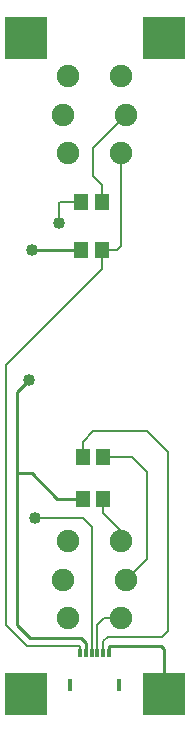
<source format=gtl>
G04 Layer_Physical_Order=1*
G04 Layer_Color=255*
%FSAX24Y24*%
%MOIN*%
G70*
G01*
G75*
%ADD10R,0.0453X0.0551*%
%ADD11R,0.0118X0.0394*%
%ADD12R,0.0118X0.0276*%
%ADD13C,0.0080*%
%ADD14C,0.0100*%
%ADD15C,0.0750*%
%ADD16R,0.1400X0.1400*%
%ADD17C,0.0400*%
D10*
X013106Y019100D02*
D03*
X013794D02*
D03*
X013106Y017700D02*
D03*
X013794D02*
D03*
X013056Y027600D02*
D03*
X013744D02*
D03*
X013056Y026000D02*
D03*
X013744D02*
D03*
D11*
X012697Y011497D02*
D03*
X014303D02*
D03*
D12*
X013008Y012540D02*
D03*
X013205D02*
D03*
X013402D02*
D03*
X013598D02*
D03*
X013795D02*
D03*
X013992D02*
D03*
D13*
X013008D02*
Y012792D01*
X013402Y012540D02*
Y016748D01*
X013598Y012540D02*
Y013498D01*
X013795Y012540D02*
Y012950D01*
X011258Y012792D02*
X013008D01*
X013794Y017206D02*
Y017700D01*
X014384Y016280D02*
Y016616D01*
X013794Y017206D02*
X014384Y016616D01*
X010550Y013500D02*
X011258Y012792D01*
X013598Y013498D02*
X013820Y013720D01*
X014384D01*
X011500Y017050D02*
X013100D01*
X013402Y016748D01*
X015950Y013300D02*
Y019250D01*
X015250Y019950D02*
X015950Y019250D01*
X013450Y019950D02*
X015250D01*
X013100Y019600D02*
X013450Y019950D01*
X013100Y019600D02*
X013106Y019594D01*
Y019100D02*
Y019594D01*
X014563Y015000D02*
X015250Y015687D01*
X013794Y019100D02*
X014750D01*
X015250Y018600D01*
Y015687D02*
Y018600D01*
X013795Y012950D02*
X013945Y013100D01*
X015750D01*
X015950Y013300D01*
X012350Y027600D02*
X013056D01*
X013450Y029387D02*
X014563Y030500D01*
X013450Y028450D02*
Y029387D01*
Y028450D02*
X013744Y028156D01*
Y027600D02*
Y028156D01*
X014384Y026134D02*
Y029220D01*
X013744Y026000D02*
X014250D01*
X014384Y026134D01*
X013744Y025344D02*
Y026000D01*
X010550Y022150D02*
X013744Y025344D01*
X010550Y013500D02*
Y022150D01*
X012300Y027550D02*
X012350Y027600D01*
X012300Y026900D02*
Y027550D01*
D14*
X013205Y012540D02*
Y012895D01*
X013992Y012540D02*
Y012800D01*
X013050Y013050D02*
X013205Y012895D01*
X011350Y013050D02*
X013050D01*
X010900Y021250D02*
X011300Y021650D01*
X010900Y013500D02*
X011350Y013050D01*
X010900Y013500D02*
Y018550D01*
Y021250D01*
Y018550D02*
X011400D01*
X012250Y017700D01*
X013106D01*
X015800Y011200D02*
Y012700D01*
X015700Y012800D02*
X015800Y012700D01*
X013992Y012800D02*
X015700D01*
X011400Y026000D02*
X013056D01*
D15*
X012614Y013720D02*
D03*
Y016280D02*
D03*
X014384D02*
D03*
Y013720D02*
D03*
X014563Y015000D02*
D03*
X012437D02*
D03*
X012614Y029220D02*
D03*
Y031780D02*
D03*
X014384D02*
D03*
Y029220D02*
D03*
X014563Y030500D02*
D03*
X012437D02*
D03*
D16*
X011200Y011200D02*
D03*
X015800D02*
D03*
Y033050D02*
D03*
X011200D02*
D03*
D17*
X011500Y017050D02*
D03*
X011300Y021650D02*
D03*
X011400Y026000D02*
D03*
X012300Y026900D02*
D03*
M02*

</source>
